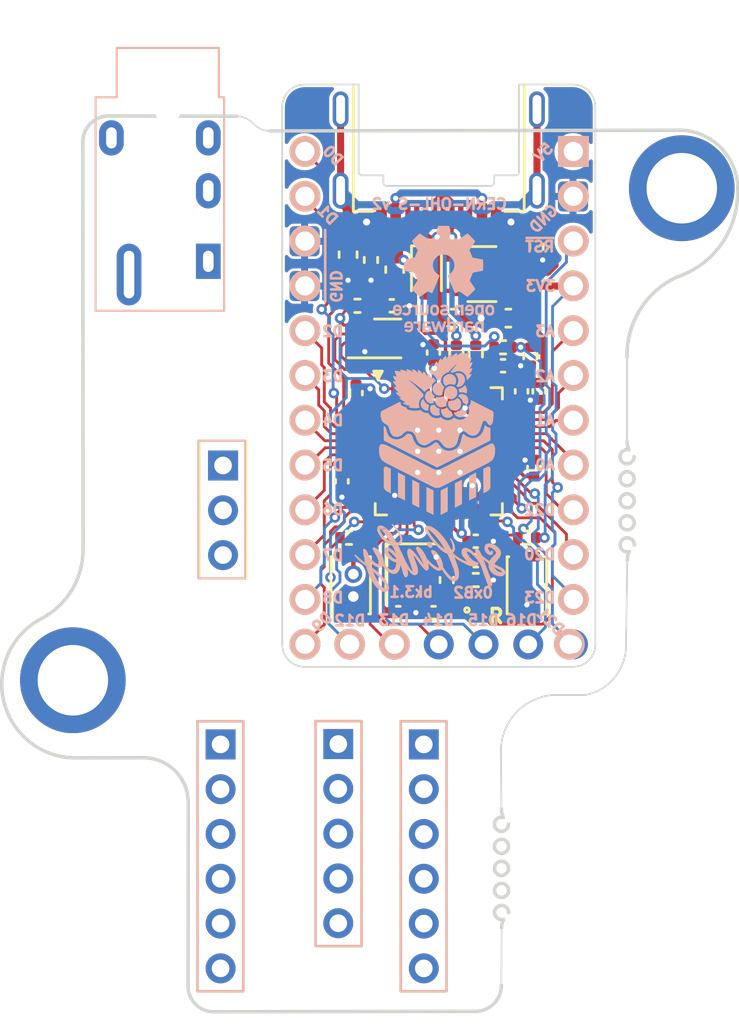
<source format=kicad_pcb>
(kicad_pcb (version 20211014) (generator pcbnew)
  (title_block (title "0xB2 - Splinky") (rev "2") (company "plut0nium"))
  (layers (0 "F.Cu" signal) (31 "B.Cu" signal) (34 "B.Paste" user) (35 "F.Paste" user) (36 "B.SilkS" user "B.Silkscreen") (37 "F.SilkS" user "F.Silkscreen") (38 "B.Mask" user) (39 "F.Mask" user) (44 "Edge.Cuts" user))
  (net 0 "")
  (net 1 "+5V")
  (net 2 "GND")
  (net 3 "+3V3")
  (net 4 "Net-(C3-Pad1)")
  (net 5 "Net-(C4-Pad1)")
  (net 6 "+1V1")
  (net 7 "Net-(D1-Pad1)")
  (net 8 "/LED")
  (net 9 "Net-(D2-Pad2)")
  (net 10 "VBUS")
  (net 11 "Net-(FB1-Pad2)")
  (net 13 "Net-(J1-PadA5)")
  (net 14 "/D-")
  (net 15 "/D+")
  (net 17 "Net-(J1-PadB5)")
  (net 18 "/D0")
  (net 19 "/D1")
  (net 20 "/D2")
  (net 21 "/D3")
  (net 22 "/D4")
  (net 23 "/D5")
  (net 24 "/D6")
  (net 25 "/D7")
  (net 26 "/D8")
  (net 27 "/D9")
  (net 28 "/D15")
  (net 29 "/D16")
  (net 30 "/D12")
  (net 31 "/D13")
  (net 32 "/D14")
  (net 33 "/MOSI")
  (net 34 "/MISO")
  (net 35 "/SCLK")
  (net 36 "/A0")
  (net 37 "/A1")
  (net 38 "/A2")
  (net 39 "/A3")
  (net 40 "/~{RESET}")
  (net 41 "/QSPI_~{CS}")
  (net 42 "Net-(R6-Pad2)")
  (net 43 "Net-(R7-Pad2)")
  (net 44 "Net-(R8-Pad2)")
  (net 47 "Net-(J5-Pad2)")
  (net 49 "/VBUS_DET")
  (net 50 "/QSPI_D3")
  (net 51 "/QSPI_SCLK")
  (net 52 "/QSPI_D0")
  (net 53 "/QSPI_D2")
  (net 54 "/QSPI_D1")
  (net 57 "/D21")
  (footprint "Capacitor_SMD:C_0402_1005Metric" (layer "F.Cu") (at 154.5 103.2)
    (fp_text reference "C14" hide)
    (fp_text value "100n")
  )
  (footprint "Capacitor_SMD:C_0402_1005Metric" (layer "F.Cu") (at 146.9 98.7 -90)
    (fp_text reference "C9" hide)
    (fp_text value "100n")
  )
  (footprint "Library:6_PinHeader" (layer "F.Cu") (at 140.01 113.619999)
    (fp_text reference "J7" hide)
    (fp_text value "trackball")
  )
  (footprint "Library:6_PinHeader" (layer "F.Cu") (at 151.549684 113.619999)
    (fp_text reference "J10" hide)
    (fp_text value "Ribbon")
  )
  (footprint "Resistor_SMD:R_0402_1005Metric" (layer "F.Cu") (at 156.05 91.1 180)
    (fp_text reference "R10" hide)
    (fp_text value "5.1k")
  )
  (footprint "" (layer "F.Cu") (at 166.19762 82.08266)
    (fp_text reference "")
    (fp_text value "")
  )
  (footprint "Capacitor_SMD:C_0402_1005Metric" (layer "F.Cu") (at 158.1 93.6 -90)
    (fp_text reference "C5" hide)
    (fp_text value "1µ")
  )
  (footprint "" (layer "F.Cu") (at 131.62262 109.98266)
    (fp_text reference "")
    (fp_text value "")
  )
  (footprint "Diode_SMD:D_SOD-323" (layer "F.Cu") (at 151.7 86.85 -90)
    (fp_text reference "D2" hide)
    (fp_text value "B5817")
  )
  (footprint "Resistor_SMD:R_0402_1005Metric" (layer "F.Cu") (at 152.85 104.3 90)
    (fp_text reference "R8" hide)
    (fp_text value "1k")
  )
  (footprint "Package_TO_SOT_SMD:SOT-23-5" (layer "F.Cu") (at 154.85 86.95)
    (fp_text reference "U3" hide)
    (fp_text value "XC6210B332MR-G")
  )
  (footprint "Capacitor_SMD:C_0402_1005Metric" (layer "F.Cu") (at 147.7 93.7 90)
    (fp_text reference "C12" hide)
    (fp_text value "100n")
  )
  (footprint "Resistor_SMD:R_0402_1005Metric" (layer "F.Cu") (at 153.4 91.5 -90)
    (fp_text reference "R6" hide)
    (fp_text value "27")
  )
  (footprint "Library:header1x03" (layer "F.Cu") (at 140.15 97.805)
    (fp_text reference "J4" hide)
    (fp_text value "RGB")
  )
  (footprint "Fuse:Fuse_0603_1608Metric" (layer "F.Cu") (at 149.9 86.7 -90)
    (fp_text reference "F1" hide)
    (fp_text value "Polyfuse")
  )
  (footprint "0xLib_Connectors:PinHeader_1x05_P2.54mm" (layer "F.Cu") (at 147.32 107.95 90)
    (fp_text reference "J3" hide)
    (fp_text value "Conn_01x05")
  )
  (footprint "Capacitor_SMD:C_0402_1005Metric" (layer "F.Cu") (at 157.8 97.95 90)
    (fp_text reference "C13" hide)
    (fp_text value "100n")
  )
  (footprint "Resistor_SMD:R_0402_1005Metric" (layer "F.Cu") (at 148.55 86.15 -90)
    (fp_text reference "R5" hide)
    (fp_text value "5.1k")
  )
  (footprint "Button_Switch_SMD:SW_SPST_CK_KXT3" (layer "F.Cu") (at 147.4 104.6 90)
    (fp_text reference "SW2" hide)
    (fp_text value "SW_Push")
  )
  (footprint "Capacitor_SMD:C_0402_1005Metric" (layer "F.Cu") (at 154.5 102.1)
    (fp_text reference "C8" hide)
    (fp_text value "100n")
  )
  (footprint "0xLib_Connectors:PinHeader_1x12_P2.54mm" (layer "F.Cu") (at 144.78 80.01)
    (fp_text reference "J2" hide)
    (fp_text value "Conn_01x12")
  )
  (footprint "0xLib_Package_DFN_QFN:USON-8-1EP_3x2mm_P0.5mm_EP0.25x1.65mm" (layer "F.Cu") (at 148.75 90.6)
    (fp_text reference "U2" hide)
    (fp_text value "GD25Q80CEIGR")
  )
  (footprint "Library:5_PinHeader" (layer "F.Cu") (at 146.692542 113.6)
    (fp_text reference "J9" hide)
    (fp_text value "Ribbon")
  )
  (footprint "Resistor_SMD:R_0402_1005Metric" (layer "F.Cu") (at 157.95 85.4 -90)
    (fp_text reference "R4" hide)
    (fp_text value "5.1k")
  )
  (footprint "0xLib_Connectors:PinHeader_1x12_P2.54mm" (layer "F.Cu") (at 160.02 107.95 180)
    (fp_text reference "J4" hide)
    (fp_text value "Conn_01x12")
  )
  (footprint "0xLib_USB_Type-C:USB_C_Receptacle_HRO_TYPE-C-31-M-14" (layer "F.Cu") (at 152.4 82.296 180)
    (fp_text reference "J1" hide)
    (fp_text value "USB_C_Receptacle_USB2.0")
  )
  (footprint "Resistor_SMD:R_0402_1005Metric" (layer "F.Cu") (at 157.4 101.9)
    (fp_text reference "R2" hide)
    (fp_text value "10k")
  )
  (footprint "Connector_PinHeader_1.27mm:PinHeader_1x02_P1.27mm_Vertical" (layer "F.Cu") (at 147.55 105.235 180)
    (fp_text reference "J5" hide)
    (fp_text value "Conn_01x02" hide)
  )
  (footprint "Capacitor_SMD:C_0402_1005Metric" (layer "F.Cu") (at 157.1 93.6 -90)
    (fp_text reference "C11" hide)
    (fp_text value "100n")
  )
  (footprint "Resistor_SMD:R_0402_1005Metric" (layer "F.Cu") (at 157.6 91.61 90)
    (fp_text reference "R11" hide)
    (fp_text value "10k")
  )
  (footprint "Crystal:Crystal_SMD_2520-4Pin_2.5x2.0mm" (layer "F.Cu") (at 150.8 103.9 -90)
    (fp_text reference "Y1" hide)
    (fp_text value "Crystal_GND24")
  )
  (footprint "Capacitor_SMD:C_0402_1005Metric" (layer "F.Cu") (at 149.73 88.75)
    (fp_text reference "C10" hide)
    (fp_text value "100n")
  )
  (footprint "Capacitor_SMD:C_0402_1005Metric" (layer "F.Cu") (at 152.1 106.15 180)
    (fp_text reference "C4" hide)
    (fp_text value "15p")
  )
  (footprint "Resistor_SMD:R_0402_1005Metric" (layer "F.Cu") (at 154.5 91.5 -90)
    (fp_text reference "R7" hide)
    (fp_text value "27")
  )
  (footprint "Inductor_SMD:L_0603_1608Metric" (layer "F.Cu") (at 147.25 85.85 90)
    (fp_text reference "FB1" hide)
    (fp_text value "FerriteBead_Small")
  )
  (footprint "Resistor_SMD:R_0402_1005Metric" (layer "F.Cu") (at 154.5 104.3 180)
    (fp_text reference "R1" hide)
    (fp_text value "1k")
  )
  (footprint "LED_SMD:LED_0402_1005Metric" (layer "F.Cu") (at 154.5 105.4)
    (fp_text reference "D1" hide)
    (fp_text value "LED")
  )
  (footprint "Capacitor_SMD:C_0402_1005Metric" (layer "F.Cu") (at 156.05 92.15)
    (fp_text reference "C6" hide)
    (fp_text value "1µ")
  )
  (footprint "Capacitor_SMD:C_0603_1608Metric" (layer "F.Cu") (at 156.35 89.45 180)
    (fp_text reference "C2" hide)
    (fp_text value "1µ")
  )
  (footprint "Button_Switch_SMD:SW_SPST_CK_KXT3" (layer "F.Cu") (at 157.4 104.6 90)
    (fp_text reference "SW1" hide)
    (fp_text value "SW_Push")
  )
  (footprint "Capacitor_SMD:C_0402_1005Metric" (layer "F.Cu") (at 152.1 91.4 90)
    (fp_text reference "C7" hide)
    (fp_text value "100n")
  )
  (footprint "Resistor_SMD:R_0402_1005Metric" (layer "F.Cu") (at 147.3 101.9 180)
    (fp_text reference "R3" hide)
    (fp_text value "1k")
  )
  (footprint "Resistor_SMD:R_0402_1005Metric" (layer "F.Cu") (at 147.78 88.75)
    (fp_text reference "R9" hide)
    (fp_text value "10k")
  )
  (footprint "Capacitor_SMD:C_0603_1608Metric" (layer "F.Cu") (at 153.25 89.45)
    (fp_text reference "C1" hide)
    (fp_text value "1µ")
  )
  (footprint "Capacitor_SMD:C_0402_1005Metric" (layer "F.Cu") (at 150.1 106.15)
    (fp_text reference "C3" hide)
    (fp_text value "15p")
  )
  (footprint "0xLib_Package_DFN_QFN:QFN-56-1EP_7x7mm_P0.4mm_EP3.2x3.2mm" (layer "F.Cu") (at 152.4 97)
    (fp_text reference "U1" hide)
    (fp_text value "RP2040")
  )
  (footprint "0xB2_drawings:splinky" (layer "B.Cu") (at 156.28 101.13 180)
    (fp_text reference "splinky" hide)
    (fp_text value "G*****" hide)
  )
  (footprint "Library:Jack_3.5mm_PJ320E_Horizontal" (layer "B.Cu") (at 139.31262 86.22766 180)
    (fp_text reference "J1" hide)
    (fp_text value "Serial")
  )
  (footprint "Library:PushSwitch" (layer "B.Cu") (at 152.27 96.93 -90)
    (fp_text reference "SW1" hide)
    (fp_text value "SW_SPST")
  )
  (footprint "0xB2_drawings:rb_cake" (layer "B.Cu") (at 155.802855 91.198505 180)
    (fp_text reference "rb_cake" hide)
    (fp_text value "G*****" hide)
  )
  (footprint "Library:Elite-C" (layer "B.Cu") (at 152.42 93.97 -90)
    (fp_text reference "U1" hide)
    (fp_text value "eliteC" hide)
  )
  (footprint "Symbol:OSHW-Logo_5.7x6mm_SilkScreen" (layer "B.Cu") (at 152.68 87.23 180)
    (fp_text reference "REF**" hide)
    (fp_text value "OSHW-Logo_5.7x6mm_SilkScreen" hide)
  )
  (gr_line (start 145.95 84.45) (end 145.95 88.5) (layer "B.SilkS") (width 0.15))
  (gr_poly (pts (xy 148.95 92.95) (xy 148.7 92.45) (xy 149.2 92.45)) (layer "F.SilkS") (width 0.15) (fill solid))
  (gr_circle (center 163.095895 99.80664) (end 163.095895 100.20664) (layer "Edge.Cuts") (width 0.2) (fill none))
  (gr_arc (start 131.803471 114.385074) (mid 127.70637 111.196774) (end 129.861486 106.473749) (layer "Edge.Cuts") (width 0.2))
  (gr_line (start 140.96 78) (end 133.641486 77.983749) (layer "Edge.Cuts") (width 0.2))
  (gr_line (start 155.956291 117.275003) (end 155.93 113.82) (layer "Edge.Cuts") (width 0.1))
  (gr_line (start 143.51 107.95) (end 143.51 77.47) (layer "Edge.Cuts") (width 0.1))
  (gr_line (start 148.05 81.35) (end 149.25 81.35) (layer "Edge.Cuts") (width 0.1))
  (gr_arc (start 155.55 81.75) (mid 155.491421 81.891421) (end 155.35 81.95) (layer "Edge.Cuts") (width 0.1))
  (gr_line (start 156.95 81.15) (end 156.95 76.2) (layer "Edge.Cuts") (width 0.1))
  (gr_arc (start 161.29 107.95) (mid 160.918026 108.848026) (end 160.02 109.22) (layer "Edge.Cuts") (width 0.1))
  (gr_line (start 147.85 76.2) (end 147.85 81.15) (layer "Edge.Cuts") (width 0.1))
  (gr_arc (start 139.635358 128.782362) (mid 138.598483 128.363374) (end 138.162824 127.333393) (layer "Edge.Cuts") (width 0.2))
  (gr_arc (start 144.78 109.22) (mid 143.881974 108.848026) (end 143.51 107.95) (layer "Edge.Cuts") (width 0.1))
  (gr_line (start 131.803471 114.385074) (end 135.633949 114.376051) (layer "Edge.Cuts") (width 0.2))
  (gr_circle (center 155.96 119.4) (end 155.96 119.8) (layer "Edge.Cuts") (width 0.2) (fill none))
  (gr_arc (start 163.090005 91.672466) (mid 163.821194 88.978153) (end 165.906951 87.122466) (layer "Edge.Cuts") (width 0.2))
  (gr_circle (center 163.098077 101.056637) (end 163.098077 101.456637) (layer "Edge.Cuts") (width 0.2) (fill none))
  (gr_arc (start 156.95 81.15) (mid 156.891421 81.291421) (end 156.75 81.35) (layer "Edge.Cuts") (width 0.1))
  (gr_line (start 149.25 81.35) (end 149.25 81.75) (layer "Edge.Cuts") (width 0.1))
  (gr_arc (start 140.96 78) (mid 141.447196 78.11631) (end 141.86 78.4) (layer "Edge.Cuts") (width 0.1))
  (gr_arc (start 132.201486 102.573749) (mid 131.573926 104.849213) (end 129.861486 106.473749) (layer "Edge.Cuts") (width 0.2))
  (gr_circle (center 155.962181 120.649998) (end 155.962181 121.049998) (layer "Edge.Cuts") (width 0.2) (fill none))
  (gr_arc (start 132.191486 79.453749) (mid 132.614912 78.421278) (end 133.641486 77.983749) (layer "Edge.Cuts") (width 0.2))
  (gr_circle (center 155.964363 121.899995) (end 155.964363 122.299995) (layer "Edge.Cuts") (width 0.2) (fill none))
  (gr_arc (start 142.821303 78.83306) (mid 142.292539 78.723329) (end 141.86 78.4) (layer "Edge.Cuts") (width 0.1))
  (gr_arc (start 155.93 113.82) (mid 156.834475 111.773319) (end 158.858866 110.82) (layer "Edge.Cuts") (width 0.1))
  (gr_line (start 161.29 77.47) (end 161.29 107.95) (layer "Edge.Cuts") (width 0.1))
  (gr_arc (start 163.203798 96.922721) (mid 163.119042 96.683639) (end 163.090005 96.431645) (layer "Edge.Cuts") (width 0.2))
  (gr_line (start 132.191486 79.453749) (end 132.201486 102.573749) (layer "Edge.Cuts") (width 0.2))
  (gr_line (start 163.090005 96.431645) (end 163.090005 91.672466) (layer "Edge.Cuts") (width 0.1))
  (gr_line (start 160.02 109.22) (end 144.78 109.22) (layer "Edge.Cuts") (width 0.1))
  (gr_line (start 160.73 110.82) (end 158.858866 110.82) (layer "Edge.Cuts") (width 0.1))
  (gr_arc (start 156.070084 117.766079) (mid 155.985328 117.526997) (end 155.956291 117.275003) (layer "Edge.Cuts") (width 0.2))
  (gr_line (start 155.968072 124.024991) (end 155.95335 127.277233) (layer "Edge.Cuts") (width 0.1))
  (gr_circle (center 163.093714 98.556642) (end 163.093714 98.956642) (layer "Edge.Cuts") (width 0.2) (fill none))
  (gr_line (start 144.78 76.2) (end 147.85 76.2) (layer "Edge.Cuts") (width 0.1))
  (gr_arc (start 163.101786 103.181633) (mid 163.129943 102.92954) (end 163.213864 102.690163) (layer "Edge.Cuts") (width 0.2))
  (gr_line (start 155.55 81.75) (end 155.55 81.35) (layer "Edge.Cuts") (width 0.1))
  (gr_arc (start 135.633949 114.376051) (mid 137.43 115.12) (end 138.173949 116.916051) (layer "Edge.Cuts") (width 0.2))
  (gr_arc (start 163.03 107.92) (mid 162.411367 109.791429) (end 160.73 110.82) (layer "Edge.Cuts") (width 0.1))
  (gr_arc (start 149.45 81.95) (mid 149.308579 81.891421) (end 149.25 81.75) (layer "Edge.Cuts") (width 0.1))
  (gr_line (start 156.95 76.2) (end 160.02 76.2) (layer "Edge.Cuts") (width 0.1))
  (gr_arc (start 148.05 81.35) (mid 147.908579 81.291421) (end 147.85 81.15) (layer "Edge.Cuts") (width 0.1))
  (gr_arc (start 155.95335 127.277233) (mid 155.53 128.32) (end 154.491351 128.753354) (layer "Edge.Cuts") (width 0.2))
  (gr_arc (start 163.491223 97.290941) (mid 162.77622 97.552769) (end 163.203798 96.922721) (layer "Edge.Cuts") (width 0.2))
  (gr_arc (start 160.02 76.2) (mid 160.918026 76.571974) (end 161.29 77.47) (layer "Edge.Cuts") (width 0.1))
  (gr_line (start 139.635358 128.782362) (end 154.491351 128.753354) (layer "Edge.Cuts") (width 0.2))
  (gr_line (start 138.162824 127.333393) (end 138.173949 116.916051) (layer "Edge.Cuts") (width 0.2))
  (gr_line (start 155.55 81.35) (end 156.75 81.35) (layer "Edge.Cuts") (width 0.1))
  (gr_line (start 163.03 107.92) (end 163.101786 103.181633) (layer "Edge.Cuts") (width 0.1))
  (gr_arc (start 156.08015 123.533521) (mid 155.650376 122.904968) (end 156.366289 123.1643) (layer "Edge.Cuts") (width 0.2))
  (gr_line (start 166.165648 78.794096) (end 142.821303 78.83306) (layer "Edge.Cuts") (width 0.2))
  (gr_arc (start 155.968072 124.024991) (mid 155.996229 123.772898) (end 156.08015 123.533521) (layer "Edge.Cuts") (width 0.2))
  (gr_arc (start 143.51 77.47) (mid 143.881974 76.571974) (end 144.78 76.2) (layer "Edge.Cuts") (width 0.1))
  (gr_arc (start 156.357509 118.134299) (mid 155.642506 118.396127) (end 156.070084 117.766079) (layer "Edge.Cuts") (width 0.2))
  (gr_arc (start 163.213864 102.690163) (mid 162.78409 102.06161) (end 163.500003 102.320942) (layer "Edge.Cuts") (width 0.2))
  (gr_arc (start 169.360942 82.3) (mid 168.424986 85.277799) (end 165.906951 87.122466) (layer "Edge.Cuts") (width 0.2))
  (gr_line (start 149.45 81.95) (end 155.35 81.95) (layer "Edge.Cuts") (width 0.1))
  (gr_arc (start 166.165648 78.794096) (mid 168.50034 79.875303) (end 169.360942 82.3) (layer "Edge.Cuts") (width 0.2))
  (gr_text "0xB2" (at 154.35 105.02) (layer "B.SilkS") (effects (font (size 0.6 0.6)) (justify mirror)))
  (gr_text "bk3.1" (at 150.83 104.98) (layer "B.SilkS") (effects (font (size 0.6 0.6)) (justify mirror)))
  (gr_text "CERN-OHL-S v2" (at 152.43 82.98) (layer "B.SilkS") (effects (font (size 0.6 0.6)) (justify mirror)))
  (segment (start 158.75 83.6) (end 158.77452 83.57548) (width 0.3) (layer "F.Cu") (net 1))
  (segment (start 158.75 85.587076) (end 158.999511 85.9) (width 0.4) (layer "F.Cu") (net 1))
  (segment (start 151.9 86) (end 151.7 85.8) (width 0.5) (layer "F.Cu") (net 1))
  (segment (start 158.589748 86.849511) (end 157.699511 86.849511) (width 0.4) (layer "F.Cu") (net 1))
  (segment (start 160.02 80.01) (end 158.8 81.23) (width 0.4) (layer "F.Cu") (net 1))
  (segment (start 152.5 86) (end 151.9 86) (width 0.5) (layer "F.Cu") (net 1))
  (segment (start 153.7125 87.9) (end 152.55 87.9) (width 0.25) (layer "F.Cu") (net 1))
  (segment (start 158.75 83.6) (end 158.75 85.587076) (width 0.4) (layer "F.Cu") (net 1))
  (segment (start 155.25 85.25) (end 154.5 86) (width 0.4) (layer "F.Cu") (net 1))
  (segment (start 158.999511 85.9) (end 158.999511 86.439748) (width 0.4) (layer "F.Cu") (net 1))
  (segment (start 157.1 85.6) (end 156.75 85.25) (width 0.4) (layer "F.Cu") (net 1))
  (segment (start 154.5 86) (end 153.7125 86) (width 0.4) (layer "F.Cu") (net 1))
  (segment (start 157.1 86.25) (end 157.1 85.6) (width 0.4) (layer "F.Cu") (net 1))
  (segment (start 152.55 86) (end 152.55 87.9) (width 0.5) (layer "F.Cu") (net 1))
  (segment (start 158.77452 83.57548) (end 158.77452 81.25) (width 0.3) (layer "F.Cu") (net 1))
  (segment (start 153.7125 86) (end 152.5 86) (width 0.5) (layer "F.Cu") (net 1))
  (segment (start 156.75 85.25) (end 155.25 85.25) (width 0.4) (layer "F.Cu") (net 1))
  (segment (start 152.55 89.025) (end 152.475 89.45) (width 0.5) (layer "F.Cu") (net 1))
  (segment (start 157.699511 86.849511) (end 157.1 86.25) (width 0.4) (layer "F.Cu") (net 1))
  (segment (start 152.55 87.9) (end 152.55 89.025) (width 0.5) (layer "F.Cu") (net 1))
  (segment (start 158.999511 86.439748) (end 158.589748 86.849511) (width 0.4) (layer "F.Cu") (net 1))
  (segment (start 154.9 89.3) (end 154.9 87.2) (width 0.4) (layer "F.Cu") (net 2))
  (segment (start 155.5 102.1) (end 154.98 102.1) (width 0.4) (layer "F.Cu") (net 2))
  (segment (start 147.2725 86.66) (end 147.25 86.6375) (width 0.4) (layer "F.Cu") (net 2))
  (segment (start 147.25 86.6375) (end 147.25 87.3) (width 0.4) (layer "F.Cu") (net 2))
  (segment (start 155.65 84) (end 155.65 83.671) (width 0.4) (layer "F.Cu") (net 2))
  (segment (start 151.5 90.95) (end 152.07 91) (width 0.25) (layer "F.Cu") (net 2))
  (segment (start 147.72 93.22) (end 147.7 93.22) (width 0.25) (layer "F.Cu") (net 2))
  (segment (start 150.58 106.15) (end 150.58 106.105) (width 0.25) (layer "F.Cu") (net 2))
  (segment (start 152.07 91) (end 152.1 90.97) (width 0.25) (layer "F.Cu") (net 2))
  (segment (start 154.65 86.95) (end 153.7125 86.95) (width 0.4) (layer "F.Cu") (net 2))
  (segment (start 150.25 104.925) (end 150.1 104.775) (width 0.25) (layer "F.Cu") (net 2))
  (segment (start 152.25 103) (end 151.525 103) (width 0.4) (layer "F.Cu") (net 2))
  (segment (start 148.5 93.45) (end 148 93.45) (width 0.25) (layer "F.Cu") (net 2))
  (segment (start 151.194775 99.70048) (end 151.4 99.905705) (width 0.2) (layer "F.Cu") (net 2))
  (segment (start 157.08 92.12) (end 157.05 92.15) (width 0.16) (layer "F.Cu") (net 2))
  (segment (start 151.525 103) (end 151.5 103.025) (width 0.4) (layer "F.Cu") (net 2))
  (segment (start 148.55 86.66) (end 148.55 87.3) (width 0.4) (layer "F.Cu") (net 2))
  (segment (start 155.5 104.3) (end 155.01 104.3) (width 0.25) (layer "F.Cu") (net 2))
  (segment (start 154.9 87.2) (end 154.65 86.95) (width 0.4) (layer "F.Cu") (net 2))
  (segment (start 147.55 106.075) (end 147.4 106.225) (width 0.4) (layer "F.Cu") (net 2))
  (segment (start 157.6 92.12) (end 157.08 92.12) (width 0.16) (layer "F.Cu") (net 2))
  (segment (start 151.5 103.025) (end 150.1 104.775) (width 0.4) (layer "F.Cu") (net 2))
  (segment (start 147.45 91.35) (end 148.75 91.35) (width 0.25) (layer "F.Cu") (net 2))
  (segment (start 151.1 106.15) (end 151.62 106.15) (width 0.4) (layer "F.Cu") (net 2))
  (segment (start 150.58 106.105) (end 150.25 105.775) (width 0.25) (layer "F.Cu") (net 2))
  (segment (start 157.4 105.7) (end 157.4 106.225) (width 0.4) (layer "F.Cu") (net 2))
  (segment (start 156.5 84) (end 155.65 84) (width 0.4) (layer "F.Cu") (net 2))
  (segment (start 157.62 94.08) (end 157.6 94.1) (width 0.25) (layer "F.Cu") (net 2))
  (segment (start 154.98 103.2) (end 154.98 104.27) (width 0.25) (layer "F.Cu") (net 2))
  (segment (start 148 93.45) (end 147.72 93.22) (width 0.25) (layer "F.Cu") (net 2))
  (segment (start 150.25 105.775) (end 150.25 104.925) (width 0.25) (layer "F.Cu") (net 2))
  (segment (start 154.025 89.45) (end 154.8 89.45) (width 0.6) (layer "F.Cu") (net 2))
  (segment (start 150.21 88.75) (end 150.73 88.75) (width 0.25) (layer "F.Cu") (net 2))
  (segment (start 151.1 106.15) (end 150.58 106.15) (width 0.4) (layer "F.Cu") (net 2))
  (segment (start 154.98 102.1) (end 154.98 103.2) (width 0.25) (layer "F.Cu") (net 2))
  (segment (start 148.3 84) (end 149.15 84) (width 0.4) (layer "F.Cu") (net 2))
  (segment (start 150.58 106.15) (end 151.62 106.15) (width 0.4) (layer "F.Cu") (net 2))
  (segment (start 158.1 94.08) (end 157.62 94.08) (width 0.25) (layer "F.Cu") (net 2))
  (segment (start 146.9 99.28) (end 146.9 99.75) (width 0.25) (layer "F.Cu") (net 2))
  (segment (start 157.1 94.08) (end 157.58 94.08) (width 0.25) (layer "F.Cu") (net 2))
  (segment (start 157.58 94.08) (end 157.6 94.1) (width 0.25) (layer "F.Cu") (net 2))
  (segment (start 154.8 89.45) (end 155.5 89.45) (width 0.6) (layer "F.Cu") (net 2))
  (segment (start 147.55 105.235) (end 147.55 106.075) (width 0.4) (layer "F.Cu") (net 2))
  (segment (start 151.4 99.905705) (end 151.4 100.4375) (width 0.2) (layer "F.Cu") (net 2))
  (segment (start 150.10048 99.70048) (end 151.194775 99.70048) (width 0.2) (layer "F.Cu") (net 2))
  (segment (start 154.8 89.45) (end 154.9 89.3) (width 0.4) (layer "F.Cu") (net 2))
  (segment (start 149.15 84) (end 149.15 83.671) (width 0.4) (layer "F.Cu") (net 2))
  (segment (start 149.9 99.5) (end 150.10048 99.70048) (width 0.2) (layer "F.Cu") (net 2))
  (segment (start 148.75 91.35) (end 148.75 90.6) (width 0.25) (layer "F.Cu") (net 2))
  (segment (start 148.6 86.66) (end 147.2725 86.66) (width 0.4) (layer "F.Cu") (net 2))
  (via (at 148.3 84) (size 0.8) (drill 0.4) (layers "F.Cu" "B.Cu") (net 2))
  (via (at 155.5 104.3) (size 0.6) (drill 0.3) (layers "F.Cu" "B.Cu") (net 2))
  (via (at 157.3 97.5) (size 0.6) (drill 0.3) (layers "F.Cu" "B.Cu") (net 2))
  (via (at 157.6 94.1) (size 0.6) (drill 0.3) (layers "F.Cu" "B.Cu") (net 2))
  (via (at 156.5 84) (size 0.8) (drill 0.4) (layers "F.Cu" "B.Cu") (net 2))
  (via (at 152.4 95.8) (size 0.6) (drill 0.3) (layers "F.Cu" "B.Cu") (net 2))
  (via (at 151.1 106.15) (size 0.6) (drill 0.3) (layers "F.Cu" "B.Cu") (net 2))
  (via (at 153.6 98.2) (size 0.6) (drill 0.3) (layers "F.Cu" "B.Cu") (net 2))
  (via (at 152.25 103) (size 0.6) (drill 0.3) (layers "F.Cu" "B.Cu") (net 2))
  (via (at 148.2 91.35) (size 0.6) (drill 0.3) (layers "F.Cu" "B.Cu") (net 2))
  (via (at 152.4 98.2) (size 0.6) (drill 0.3) (layers "F.Cu" "B.Cu") (net 2))
  (via (at 155.5 102.1) (size 0.6) (drill 0.3) (layers "F.Cu" "B.Cu") (net 2))
  (via (at 153.6 95.8) (size 0.6) (drill 0.3) (layers "F.Cu" "B.Cu") (net 2))
  (via (at 158.3 86.15) (size 0.6) (drill 0.3) (layers "F.Cu" "B.Cu") (net 2))
  (via (at 150.73 88.75) (size 0.6) (drill 0.3) (layers "F.Cu" "B.Cu") (net 2))
  (via (at 151.2 97) (size 0.6) (drill 0.3) (layers "F.Cu" "B.Cu") (net 2))
  (via (at 148.55 87.3) (size 0.6) (drill 0.3) (layers "F.Cu" "B.Cu") (net 2))
  (via (at 154.8 89.45) (size 0.8) (drill 0.4) (layers "F.Cu" "B.Cu") (net 2))
  (via (at 151.2 98.2) (size 0.6) (drill 0.3) (layers "F.Cu" "B.Cu") (net 2))
  (via (at 151.2 95.8) (size 0.6) (drill 0.3) (layers "F.Cu" "B.Cu") (net 2))
  (via (at 147.25 87.3) (size 0.6) (drill 0.3) (layers "F.Cu" "B.Cu") (net 2))
  (via (at 148.5 93.45) (size 0.6) (drill 0.3) (layers "F.Cu" "B.Cu") (net 2))
  (via (at 149.9 99.5) (size 0.6) (drill 0.3) (layers "F.Cu" "B.Cu") (net 2))
  (via (at 153.6 97) (size 0.6) (drill 0.3) (layers "F.Cu" "B.Cu") (net 2))
  (via (at 152.4 97) (size 0.6) (drill 0.3) (layers "F.Cu" "B.Cu") (net 2))
  (via (at 157.4 105.7) (size 0.6) (drill 0.3) (layers "F.Cu" "B.Cu") (net 2))
  (via (at 146.9 99.6) (size 0.6) (drill 0.3) (layers "F.Cu" "B.Cu") (net 2))
  (via (at 151.5 90.95) (size 0.6) (drill 0.3) (layers "F.Cu" "B.Cu") (net 2))
  (via (at 157.05 92.15) (size 0.6) (drill 0.3) (layers "F.Cu" "B.Cu") (net 2))
  (segment (start 149.75 89.85) (end 149.25 89.35) (width 0.25) (layer "F.Cu") (net 3))
  (segment (start 153.35 102.53) (end 154.02 103.2) (width 0.2) (layer "F.Cu") (net 3))
  (segment (start 156.35 86.6) (end 157.38 87.63) (width 0.4) (layer "F.Cu") (net 3))
  (segment (start 156.15 93.12) (end 157.1 93.12) (width 0.4) (layer "F.Cu") (net 3))
  (segment (start 154.682503 92.982503) (end 154.982503 92.982503) (width 0.2) (layer "F.Cu") (net 3))
  (segment (start 155 93.5625) (end 155 93) (width 0.2) (layer "F.Cu") (net 3))
  (segment (start 155.8375 98) (end 155 98) (width 0.2) (layer "F.Cu") (net 3))
  (segment (start 152.6 93.5625) (end 152.6 92.75) (width 0.2) (layer "F.Cu") (net 3))
  (segment (start 156.15 93.12) (end 156.15 94.4) (width 0.2) (layer "F.Cu") (net 3))
  (segment (start 147.22 98) (end 146.9 98.32) (width 0.2) (layer "F.Cu") (net 3))
  (segment (start 157.25 89.55) (end 157.25 89.275) (width 0.4) (layer "F.Cu") (net 3))
  (segment (start 148.29 88.75) (end 149.25 88.75) (width 0.25) (layer "F.Cu") (net 3))
  (segment (start 155.67 93.12) (end 155.532503 92.982503) (width 0.2) (layer "F.Cu") (net 3))
  (segment (start 158.1 93.12) (end 158.37048 92.84952) (width 0.4) (layer "F.Cu") (net 3))
  (segment (start 157.125 89.45) (end 157.3 89.275) (width 0.4) (layer "F.Cu") (net 3))
  (segment (start 156.35 86.6) (end 156.35 86) (width 0.4) (layer "F.Cu") (net 3))
  (segment (start 157.3 87.63) (end 157.58 87.63) (width 0.4) (layer "F.Cu") (net 3))
  (segment (start 152.78048 90.58048) (end 152.78048 92.53048) (width 0.2) (layer "F.Cu") (net 3))
  (segment (start 149.25 89.35) (end 149.25 88.75) (width 0.25) (layer "F.Cu") (net 3))
  (segment (start 156.35 86) (end 155.9875 86) (width 0.4) (layer "F.Cu") (net 3))
  (segment (start 155 93.5625) (end 155 94.4) (width 0.2) (layer "F.Cu") (net 3))
  (segment (start 147.92 94.4) (end 147.7 94.18) (width 0.2) (layer "F.Cu") (net 3))
  (segment (start 150.15 89.85) (end 149.75 89.85) (width 0.25) (layer "F.Cu") (net 3))
  (segment (start 155 93) (end 154.982503 92.982503) (width 0.2) (layer "F.Cu") (net 3))
  (segment (start 157.38 87.63) (end 157.58 87.63) (width 0.4) (layer "F.Cu") (net 3))
  (segment (start 155 94.4) (end 155.8375 94.4) (width 0.2) (layer "F.Cu") (net 3))
  (segment (start 153 93.5625) (end 153 94.4) (width 0.2) (layer "F.Cu") (net 3))
  (segment (start 157.265 98.43) (end 157.8 98.43) (width 0.2) (layer "F.Cu") (net 3))
  (segment (start 154.6 93.5625) (end 154.6 94.4) (width 0.2) (layer "F.Cu") (net 3))
  (segment (start 152.78048 92.53048) (end 153 92.75) (width 0.2) (layer "F.Cu") (net 3))
  (segment (start 157.3 89.275) (end 157.3 87.63) (width 0.4) (layer "F.Cu") (net 3))
  (segment (start 156.835 98) (end 157.265 98.43) (width 0.2) (layer "F.Cu") (net 3))
  (segment (start 151.2 89.85) (end 150.05 89.85) (width 0.25) (layer "F.Cu") (net 3))
  (segment (start 155.8375 98) (end 156.835 98) (width 0.2) (layer "F.Cu") (net 3))
  (segment (start 156.15 93.12) (end 155.67 93.12) (width 0.2) (layer "F.Cu") (net 3))
  (segment (start 148.9625 98) (end 147.22 98) (width 0.2) (layer "F.Cu") (net 3))
  (segment (start 151.65 90.3) (end 151.2 89.85) (width 0.25) (layer "F.Cu") (net 3))
  (segment (start 157.91 101.9) (end 158.4 101.9) (width 0.25) (layer "F.Cu") (net 3))
  (segment (start 148.9625 98) (end 150 98) (width 0.2) (layer "F.Cu") (net 3))
  (segment (start 152.6 92.75) (end 152.8 92.55) (width 0.2) (layer "F.Cu") (net 3))
  (segment (start 148.9625 94.4) (end 149.8 94.4) (width 0.2) (layer "F.Cu") (net 3))
  (segment (start 152.6 101.473919) (end 153.35 102.223919) (width 0.2) (layer "F.Cu") (net 3))
  (segment (start 154.6 93.5625) (end 154.6 93.065006) (width 0.2) (layer "F.Cu") (net 3))
  (segment (start 152.6 100.4375) (end 152.6 101.473919) (width 0.2) (layer "F.Cu") (net 3))
  (segment (start 155.532503 92.982503) (end 154.982503 92.982503) (width 0.2) (layer "F.Cu") (net 3))
  (segment (start 152.5 90.3) (end 152.78048 90.58048) (width 0.2) (layer "F.Cu") (net 3))
  (segment (start 152.6 100.4375) (end 152.6 99.6) (width 0.2) (layer "F.Cu") (net 3))
  (segment (start 154.6 93.065006) (end 154.682503 92.982503) (width 0.2) (layer "F.Cu") (net 3))
  (segment (start 153.35 102.223919) (end 153.35 102.53) (width 0.2) (layer "F.Cu") (net 3))
  (segment (start 153 92.75) (end 153 93.5625) (width 0.2) (layer "F.Cu") (net 3))
  (segment (start 158.37048 90.67048) (end 157.25 89.55) (width 0.4) (layer "F.Cu") (net 3))
  (segment (start 148.9625 94.4) (end 147.92 94.4) (width 0.2) (layer "F.Cu") (net 3))
  (segment (start 151.65 90.3) (end 152.5 90.3) (width 0.2) (layer "F.Cu") (net 3))
  (segment (start 158.37048 92.84952) (end 158.37048 90.67048) (width 0.4) (layer "F.Cu") (net 3))
  (segment (start 158.1 93.12) (end 157.1 93.12) (width 0.4) (layer "F.Cu") (net 3))
  (segment (start 157.58 87.63) (end 160.02 87.63) (width 0.4) (layer "F.Cu") (net 3))
  (segment (start 152.6 93.5625) (end 152.6 94.4) (width 0.2) (layer "F.Cu") (net 3))
  (via (at 158.4 101.9) (size 0.6) (drill 0.3) (layers "F.Cu" "B.Cu") (net 3))
  (segment (start 159.05952 93.30952) (end 158.85952 93.10952) (width 0.16) (layer "B.Cu") (net 3))
  (segment (start 159.05952 97.09048) (end 159.05952 96.00952) (width 0.16) (layer "B.Cu") (net 3))
  (segment (start 158.439031 98.901192) (end 158.85 98.490223) (width 0.16) (layer "B.Cu") (net 3))
  (segment (start 158.85952 93.10952) (end 158.85952 88.79048) (width 0.16) (layer "B.Cu") (net 3))
  (segment (start 158.85952 88.79048) (end 160.02 87.63) (width 0.16) (layer "B.Cu") (net 3))
  (segment (start 158.85952 95.80952) (end 158.85952 94.84048) (width 0.16) (layer "B.Cu") (net 3))
  (segment (start 158.85 97.3) (end 159.05952 97.09048) (width 0.16) (layer "B.Cu") (net 3))
  (segment (start 158.4 101.9) (end 158.439031 101.810969) (width 0.16) (layer "B.Cu") (net 3))
  (segment (start 158.439031 101.810969) (end 158.439031 98.901192) (width 0.16) (layer "B.Cu") (net 3))
  (segment (start 159.05952 94.64048) (end 159.05952 93.30952) (width 0.16) (layer "B.Cu") (net 3))
  (segment (start 158.85952 94.84048) (end 159.05952 94.64048) (width 0.16) (layer "B.Cu") (net 3))
  (segment (start 158.85 98.490223) (end 158.85 97.3) (width 0.16) (layer "B.Cu") (net 3))
  (segment (start 159.05952 96.00952) (end 158.85952 95.80952) (width 0.16) (layer "B.Cu") (net 3))
  (segment (start 150.95 102.1) (end 151.6 102.1) (width 0.16) (layer "F.Cu") (net 4))
  (segment (start 151.8 101.9) (end 151.8 100.4375) (width 0.16) (layer "F.Cu") (net 4))
  (segment (start 150.1 103.025) (end 150.1 102.95) (width 0.16) (layer "F.Cu") (net 4))
  (segment (start 150.1 103.025) (end 150.1 103.1) (width 0.16) (layer "F.Cu") (net 4))
  (segment (start 151.6 102.1) (end 151.8 101.9) (width 0.16) (layer "F.Cu") (net 4))
  (segment (start 150.1 102.95) (end 150.95 102.1) (width 0.16) (layer "F.Cu") (net 4))
  (segment (start 149.25 103.95) (end 149.25 105.78) (width 0.16) (layer "F.Cu") (net 4))
  (segment (start 150.1 103.1) (end 149.25 103.95) (width 0.16) (layer "F.Cu") (net 4))
  (segment (start 149.25 105.78) (end 149.62 106.15) (width 0.16) (layer "F.Cu") (net 4))
  (segment (start 151.5 104.775) (end 152.58 106.15) (width 0.25) (layer "F.Cu") (net 5))
  (segment (start 152.9 104.81) (end 151.535 104.81) (width 0.2) (layer "F.Cu") (net 5))
  (segment (start 155.57 92.19) (end 155.57 92.15) (width 0.2) (layer "F.Cu") (net 6))
  (segment (start 153.55 101.65) (end 153 101.1) (width 0.2) (layer "F.Cu") (net 6))
  (segment (start 154.02 101.97) (end 154.02 102.1) (width 0.2) (layer "F.Cu") (net 6))
  (segment (start 154.35952 95) (end 154.35952 98.664564) (width 0.32) (layer "F.Cu") (net 6))
  (segment (start 154.2 94.24048) (end 153.9 94.54048) (width 0.2) (layer "F.Cu") (net 6))
  (segment (start 153.7 101.65) (end 154.02 101.97) (width 0.2) (layer "F.Cu") (net 6))
  (segment (start 155.18048 92.57952) (end 155.57 92.19) (width 0.2) (layer "F.Cu") (net 6))
  (segment (start 154.35952 98.89048) (end 154.35952 98.664564) (width 0.32) (layer "F.Cu") (net 6))
  (segment (start 154.2 93.5625) (end 154.2 94.24048) (width 0.2) (layer "F.Cu") (net 6))
  (segment (start 152.2 93.5625) (end 152.2 92.03) (width 0.2) (layer "F.Cu") (net 6))
  (segment (start 154.52048 92.57952) (end 155.18048 92.57952) (width 0.2) (layer "F.Cu") (net 6))
  (segment (start 153.7 101.65) (end 153.55 101.65) (width 0.2) (layer "F.Cu") (net 6))
  (segment (start 153 101.1) (end 153 100.4375) (width 0.2) (layer "F.Cu") (net 6))
  (segment (start 152.2 92.03) (end 152.1 91.93) (width 0.2) (layer "F.Cu") (net 6))
  (segment (start 154.3 98.95) (end 154.35952 98.89048) (width 0.32) (layer "F.Cu") (net 6))
  (segment (start 153.9 94.54048) (end 154.35952 95) (width 0.32) (layer "F.Cu") (net 6))
  (segment (start 154.2 93.5625) (end 154.2 92.9) (width 0.2) (layer "F.Cu") (net 6))
  (segment (start 154.2 92.9) (end 154.52048 92.57952) (width 0.2) (layer "F.Cu") (net 6))
  (via (at 153.9 94.54048) (size 0.6) (drill 0.3) (layers "F.Cu" "B.Cu") (net 6))
  (via (at 153.7 101.65) (size 0.6) (drill 0.3) (layers "F.Cu" "B.Cu") (net 6))
  (via (at 154.3 98.95) (size 0.6) (drill 0.3) (layers "F.Cu" "B.Cu") (net 6))
  (via (at 152.15 92.3) (size 0.6) (drill 0.3) (layers "F.Cu" "B.Cu") (net 6))
  (segment (start 153.7 101.65) (end 153.7 100.75) (width 0.32) (layer "B.Cu") (net 6))
  (segment (start 154.3 100.15) (end 154.3 98.95) (width 0.32) (layer "B.Cu") (net 6))
  (segment (start 153.04048 94.54048) (end 152.15 93.65) (width 0.3) (layer "B.Cu") (net 6))
  (segment (start 153.9 94.54048) (end 153.04048 94.54048) (width 0.3) (layer "B.Cu") (net 6))
  (segment (start 152.15 93.65) (end 152.15 92.3) (width 0.3) (layer "B.Cu") (net 6))
  (segment (start 153.7 100.75) (end 154.3 100.15) (width 0.32) (layer "B.Cu") (net 6))
  (segment (start 153.99 104.3) (end 153.99 105.375) (width 0.2) (layer "F.Cu") (net 7))
  (segment (start 159 102.25) (end 158.85 102.4) (width 0.16) (layer "F.Cu") (net 8))
  (segment (start 155.05 106.5) (end 155.05 105.465) (width 0.16) (layer "F.Cu") (net 8))
  (segment (start 158.3 106.8) (end 155.35 106.8) (width 0.16) (layer "F.Cu") (net 8))
  (segment (start 155 100.25) (end 156.35 100.25) (width 0.16) (layer "F.Cu") (net 8))
  (segment (start 155 100.4375) (end 155 100.25) (width 0.16) (layer "F.Cu") (net 8))
  (segment (start 156.35 100.25) (end 156.874242 100.774242) (width 0.16) (layer "F.Cu") (net 8))
  (segment (start 155.35 106.8) (end 155.05 106.5) (width 0.16) (layer "F.Cu") (net 8))
  (segment (start 156.874242 100.774242) (end 158.149242 100.774242) (width 0.16) (layer "F.Cu") (net 8))
  (segment (start 158.149242 100.774242) (end 159 101.625) (width 0.16) (layer "F.Cu") (net 8))
  (segment (start 155.05 105.465) (end 154.985 105.4) (width 0.16) (layer "F.Cu") (net 8))
  (segment (start 158.85 106.25) (end 158.3 106.8) (width 0.16) (layer "F.Cu") (net 8))
  (segment (start 159 101.625) (end 159 102.25) (width 0.16) (layer "F.Cu") (net 8))
  (segment (start 158.85 102.4) (end 158.85 106.25) (width 0.16) (layer "F.Cu") (net 8))
  (segment (start 151.7 87.9) (end 151.2875 87.4875) (width 0.5) (layer "F.Cu") (net 9))
  (segment (start 151.2875 87.4875) (end 149.9 87.4875) (width 0.5) (layer "F.Cu") (net 9))
  (segment (start 149.95 84.95) (end 149.95 85.8625) (width 0.5) (layer "F.Cu") (net 10))
  (segment (start 149.95 83.671) (end 149.95 84.95) (width 0.5) (layer "F.Cu") (net 10))
  (segment (start 149.95 85.8625) (end 150.4 86.15) (width 0.4) (layer "F.Cu") (net 10))
  (segment (start 149.95 82.65) (end 149.95 83.671) (width 0.4) (layer "F.Cu") (net 10))
  (segment (start 155.54 90.64) (end 155.54 91.1) (width 0.16) (layer "F.Cu") (net 10))
  (segment (start 155.55 90.5) (end 155.54 90.64) (width 0.16) (layer "F.Cu") (net 10))
  (segment (start 154.85 83.671) (end 154.85 82.65) (width 0.4) (layer "F.Cu") (net 10))
  (via (at 155.55 90.5) (size 0.6) (drill 0.3) (layers "F.Cu" "B.Cu") (net 10))
  (via (at 149.95 82.65) (size 0.6) (drill 0.3) (layers "F.Cu" "B.Cu") (net 10))
  (via (at 150.4 86.15) (size 0.6) (drill 0.3) (layers "F.Cu" "B.Cu") (net 10))
  (via (at 154.85 82.65) (size 0.6) (drill 0.3) (layers "F.Cu" "B.Cu") (net 10))
  (segment (start 151.45 90) (end 151.45 87.2) (width 0.16) (layer "B.Cu") (net 10))
  (segment (start 154.55 82.35) (end 150.25 82.35) (width 0.4) (layer "B.Cu") (net 10))
  (segment (start 155.55 90.5) (end 155.020489 91.029511) (width 0.16) (layer "B.Cu") (net 10))
  (segment (start 154.85 82.65) (end 154.55 82.35) (width 0.4) (layer "B.Cu") (net 10))
  (segment (start 155.020489 91.029511) (end 152.479511 91.029511) (width 0.16) (layer "B.Cu") (net 10))
  (segment (start 152.479511 91.029511) (end 151.45 90) (width 0.16) (layer "B.Cu") (net 10))
  (segment (start 150.25 82.35) (end 149.95 82.65) (width 0.4) (layer "B.Cu") (net 10))
  (segment (start 151.45 87.2) (end 150.4 86.15) (width 0.16) (layer "B.Cu") (net 10))
  (segment (start 146.825 77.616) (end 146.825 82.216) (width 0.4) (layer "F.Cu") (net 11))
  (segment (start 147.25 85.0625) (end 147.25 83.2) (width 0.6) (layer "F.Cu") (net 11))
  (segment (start 146.825 82.775) (end 146.825 82.216) (width 0.6) (layer "F.Cu") (net 11))
  (segment (start 147.25 83.2) (end 146.825 82.775) (width 0.6) (layer "F.Cu") (net 11))
  (segment (start 157.975 77.616) (end 157.975 82.216) (width 0.4) (layer "F.Cu") (net 11))
  (segment (start 147.629521 83.020521) (end 146.825 82.216) (width 0.6) (layer "B.Cu") (net 11))
  (segment (start 154.560252 83.349511) (end 154.160261 82.94952) (width 0.4) (layer "B.Cu") (net 11))
  (segment (start 157.975 82.216) (end 157.170479 83.020521) (width 0.6) (layer "B.Cu") (net 11))
  (segment (start 149.660252 83.349511) (end 149.331262 83.020521) (width 0.4) (layer "B.Cu") (net 11))
  (segment (start 150.239748 83.349511) (end 149.660252 83.349511) (width 0.4) (layer "B.Cu") (net 11))
  (segment (start 155.139748 83.349511) (end 154.560252 83.349511) (width 0.4) (layer "B.Cu") (net 11))
  (segment (start 155.468738 83.020521) (end 155.139748 83.349511) (width 0.4) (layer "B.Cu") (net 11))
  (segment (start 154.160261 82.94952) (end 150.639739 82.94952) (width 0.4) (layer "B.Cu") (net 11))
  (segment (start 149.331262 83.020521) (end 147.629521 83.020521) (width 0.4) (layer "B.Cu") (net 11))
  (segment (start 150.639739 82.94952) (end 150.239748 83.349511) (width 0.4) (layer "B.Cu") (net 11))
  (segment (start 157.170479 83.020521) (end 155.468738 83.020521) (width 0.4) (layer "B.Cu") (net 11))
  (segment (start 153.7 83.721) (end 153.65 83.671) (width 0.16) (layer "F.Cu") (net 13))
  (segment (start 153.7 84.75) (end 153.7 83.721) (width 0.16) (layer "F.Cu") (net 13))
  (segment (start 154.65 85) (end 153.95 85) (width 0.16) (layer "F.Cu") (net 13))
  (segment (start 153.95 85) (end 153.7 84.75) (width 0.16) (layer "F.Cu") (net 13))
  (segment (start 157.95 84.89) (end 157.83048 84.77048) (width 0.16) (layer "F.Cu") (net 13))
  (segment (start 157.83048 84.77048) (end 154.87952 84.77048) (width 0.16) (layer "F.Cu") (net 13))
  (segment (start 154.87952 84.77048) (end 154.65 85) (width 0.16) (layer "F.Cu") (net 13))
  (segment (start 152.3 82.65) (end 153 82.65) (width 0.2) (layer "F.Cu") (net 14))
  (segment (start 152.15 82.8) (end 152.3 82.65) (width 0.2) (layer "F.Cu") (net 14))
  (segment (start 153 82.65) (end 153.15 82.8) (width 0.2) (layer "F.Cu") (net 14))
  (segment (start 153.15 84.85) (end 153.15 83.671) (width 0.2) (layer "F.Cu") (net 14))
  (segment (start 152.15 83.671) (end 152.15 82.8) (width 0.2) (layer "F.Cu") (net 14))
  (segment (start 153.15 82.8) (end 153.15 83.671) (width 0.2) (layer "F.Cu") (net 14))
  (via (at 153.15 84.85) (size 0.6) (drill 0.3) (layers "F.Cu" "B.Cu") (net 14))
  (via (at 154.5 90.45) (size 0.6) (drill 0.3) (layers "F.Cu" "B.Cu") (net 14))
  (segment (start 153.15 84.85) (end 153.15 89.1) (width 0.3) (layer "B.Cu") (net 14))
  (segment (start 153.15 89.1) (end 154.5 90.45) (width 0.3) (layer "B.Cu") (net 14))
  (segment (start 152.65 84.6) (end 152.65 83.671) (width 0.2) (layer "F.Cu") (net 15))
  (segment (start 151.9 84.85) (end 151.65 84.6) (width 0.2) (layer "F.Cu") (net 15))
  (segment (start 152.4 84.85) (end 152.65 84.6) (width 0.2) (layer "F.Cu") (net 15))
  (segment (start 151.65 84.6) (end 151.65 83.671) (width 0.2) (layer "F.Cu") (net 15))
  (segment (start 152.3 84.85) (end 151.9 84.85) (width 0.2) (layer "F.Cu") (net 15))
  (segment (start 152.3 84.85) (end 152.4 84.85) (width 0.2) (layer "F.Cu") (net 15))
  (via (at 153.4 90.45) (size 0.6) (drill 0.3) (layers "F.Cu" "B.Cu") (net 15))
  (via (at 152.3 84.85) (size 0.6) (drill 0.3) (layers "F.Cu" "B.Cu") (net 15))
  (segment (start 152.3 84.85) (end 152.7 85.25) (width 0.3) (layer "B.Cu") (net 15))
  (segment (start 152.7 85.25) (end 152.7 89.3) (width 0.3) (layer "B.Cu") (net 15))
  (segment (start 153.4 90) (end 153.4 90.45) (width 0.3) (layer "B.Cu") (net 15))
  (segment (start 152.7 89.3) (end 153.4 90) (width 0.3) (layer "B.Cu") (net 15))
  (segment (start 150.979511 85.379511) (end 150.65 85.05) (width 0.16) (layer "F.Cu") (net 17))
  (segment (start 148.595 85.64) (end 149.14952 86.19452) (width 0.16) (layer "F.Cu") (net 17))
  (segment (start 149.14952 86.49952) (end 149.4 86.75) (width 0.16) (layer "F.Cu") (net 17))
  (segment (start 149.14952 86.19452) (end 149.14952 86.49952) (width 0.16) (layer "F.Cu") (net 17))
  (segment (start 150.65 85.05) (end 150.65 83.671) (width 0.16) (layer "F.Cu") (net 17))
  (segment (start 148.55 85.64) (end 148.595 85.64) (width 0.16) (layer "F.Cu") (net 17))
  (segment (start 149.4 86.75) (end 150.75 86.75) (width 0.16) (layer "F.Cu") (net 17))
  (segment (start 150.75 86.75) (end 150.979511 86.520489) (width 0.16) (layer "F.Cu") (net 17))
  (segment (start 150.979511 86.520489) (end 150.979511 85.379511) (width 0.16) (layer "F.Cu") (net 17))
  (segment (start 146.4 83.6) (end 146.4 89.062985) (width 0.16) (layer "F.Cu") (net 18))
  (segment (start 144.78 80.01) (end 146 81.23) (width 0.16) (layer "F.Cu") (net 18))
  (segment (start 147 92.85) (end 147 94.6) (width 0.16) (layer "F.Cu") (net 18))
  (segment (start 146 81.23) (end 146 83.2) (width 0.16) (layer "F.Cu") (net 18))
  (segment (start 146.15 89.312985) (end 146.15 92) (width 0.16) (layer "F.Cu") (net 18))
  (segment (start 146.15 92) (end 147 92.85) (width 0.16) (layer "F.Cu") (net 18))
  (segment (start 146 83.2) (end 146.4 83.6) (width 0.16) (layer "F.Cu") (net 18))
  (segment (start 147 94.6) (end 147.2 94.8) (width 0.16) (layer "F.Cu") (net 18))
  (segment (start 147.2 94.8) (end 148.9625 94.8) (width 0.16) (layer "F.Cu") (net 18))
  (segment (start 146.4 89.062985) (end 146.15 89.312985) (width 0.16) (layer "F.Cu") (net 18))
  (segment (start 145.75 88.95) (end 146.05 88.65) (width 0.16) (layer "F.Cu") (net 19))
  (segment (start 146.05 83.95) (end 144.78 82.68) (width 0.16) (layer "F.Cu") (net 19))
  (segment (start 146.9 95.2) (end 146.6 94.9) (width 0.16) (layer "F.Cu") (net 19))
  (segment (start 144.78 82.68) (end 144.78 82.55) (width 0.16) (layer "F.Cu") (net 19))
  (segment (start 148.9625 95.2) (end 146.9 95.2) (width 0.16) (layer "F.Cu") (net 19))
  (segment (start 146.4 93.7) (end 146.4395 93.7) (width 0.16) (layer "F.Cu") (net 19))
  (segment (start 146.6 93.9) (end 146.4 93.7) (width 0.16) (layer "F.Cu") (net 19))
  (segment (start 146.6 94.9) (end 146.6 93.9) (width 0.16) (layer "F.Cu") (net 19))
  (segment (start 146.05 88.65) (end 146.05 83.95) (width 0.16) (layer "F.Cu") (net 19))
  (via (at 145.75 88.95) (size 0.6) (drill 0.3) (layers "F.Cu" "B.Cu") (net 19))
  (via (at 146.4395 93.7) (size 0.6) (drill 0.3) (layers "F.Cu" "B.Cu") (net 19))
  (segment (start 146.4 93.6605) (end 146.4395 93.7) (width 0.16) (layer "B.Cu") (net 19))
  (segment (start 145.75 88.95) (end 146.2 89.4) (width 0.16) (layer "B.Cu") (net 19))
  (segment (start 146.2 90.2) (end 146.4 90.4) (width 0.16) (layer "B.Cu") (net 19))
  (segment (start 146.2 89.4) (end 146.2 90.2) (width 0.16) (layer "B.Cu") (net 19))
  (segment (start 146.4 90.4) (end 146.4 93.6605) (width 0.16) (layer "B.Cu") (net 19))
  (segment (start 145.75 92.1) (end 145.75 91.14) (width 0.16) (layer "F.Cu") (net 20))
  (segment (start 146.5 95.6) (end 146.25 95.35) (width 0.16) (layer "F.Cu") (net 20))
  (segment (start 145.9 92.25) (end 145.75 92.1) (width 0.16) (layer "F.Cu") (net 20))
  (segment (start 146.25 94.55) (end 145.9 94.2) (width 0.16) (layer "F.Cu") (net 20))
  (segment (start 148.9625 95.6) (end 146.5 95.6) (width 0.16) (layer "F.Cu") (net 20))
  (segment (start 146.25 95.35) (end 146.25 94.55) (width 0.16) (layer "F.Cu") (net 20))
  (segment (start 145.75 91.14) (end 144.78 90.17) (width 0.16) (layer "F.Cu") (net 20))
  (segment (start 145.9 94.2) (end 145.9 92.25) (width 0.16) (layer "F.Cu") (net 20))
  (segment (start 145.58048 93.51048) (end 144.78 92.71) (width 0.16) (layer "F.Cu") (net 21))
  (segment (start 145.9 94.7) (end 145.58048 94.38048) (width 0.16) (layer "F.Cu") (net 21))
  (segment (start 145.58048 94.38048) (end 145.58048 93.51048) (width 0.16) (layer "F.Cu") (net 21))
  (segment (start 148.9625 96) (end 146.3 96) (width 0.16) (layer "F.Cu") (net 21))
  (segment (start 145.9 95.6) (end 145.9 94.7) (width 0.16) (layer "F.Cu") (net 21))
  (segment (start 146.3 96) (end 145.9 95.6) (width 0.16) (layer "F.Cu") (net 21))
  (segment (start 145.93 96.4) (end 144.78 95.25) (width 0.16) (layer "F.Cu") (net 22))
  (segment (start 148.9625 96.4) (end 145.93 96.4) (width 0.16) (layer "F.Cu") (net 22))
  (segment (start 144.96 97.79) (end 144.78 97.79) (width 0.16) (layer "F.Cu") (net 23))
  (segment (start 145.95 96.8) (end 144.96 97.79) (width 0.16) (layer "F.Cu") (net 23))
  (segment (start 148.9625 96.8) (end 145.95 96.8) (width 0.16) (layer "F.Cu") (net 23))
  (segment (start 148.9625 97.2) (end 146.3 97.2) (width 0.16) (layer "F.Cu") (net 24))
  (segment (start 145.9 99.21) (end 144.78 100.33) (width 0.16) (layer "F.Cu") (net 24))
  (segment (start 145.9 97.6) (end 145.9 99.21) (width 0.16) (layer "F.Cu") (net 24))
  (segment (start 146.3 97.2) (end 145.9 97.6) (width 0.16) (layer "F.Cu") (net 24))
  (segment (start 146.25 99.45) (end 145.9 99.8) (width 0.16) (layer "F.Cu") (net 25))
  (segment (start 146.25 97.85) (end 146.25 99.45) (width 0.16) (layer "F.Cu") (net 25))
  (segment (start 145.9 101.75) (end 144.78 102.87) (width 0.16) (layer "F.Cu") (net 25))
  (segment (start 148.9625 97.6) (end 146.5 97.6) (width 0.16) (layer "F.Cu") (net 25))
  (segment (start 146.5 97.6) (end 146.25 97.85) (width 0.16) (layer "F.Cu") (net 25))
  (segment (start 145.9 99.8) (end 145.9 101.75) (width 0.16) (layer "F.Cu") (net 25))
  (segment (start 147.85 98.4) (end 148.9625 98.4) (width 0.16) (layer "F.Cu") (net 26))
  (segment (start 146.5 100.75) (end 146.5 100.625) (width 0.16) (layer "F.Cu") (net 26))
  (segment (start 146.945489 100.179511) (end 147.140042 100.179511) (width 0.16) (layer "F.Cu") (net 26))
  (segment (start 147.55 98.7) (end 147.85 98.4) (width 0.16) (layer "F.Cu") (net 26))
  (segment (start 147.140042 100.179511) (end 147.55 99.769553) (width 0.16) (layer "F.Cu") (net 26))
  (segment (start 147.55 99.769553) (end 147.55 98.7) (width 0.16) (layer "F.Cu") (net 26))
  (segment (start 146.5 100.625) (end 146.945489 100.179511) (width 0.16) (layer "F.Cu") (net 26))
  (via (at 146.5 100.75) (size 0.6) (drill 0.3) (layers "F.Cu" "B.Cu") (net 26))
  (segment (start 145.9 103.4) (end 145.710489 103.589511) (width 0.16) (layer "B.Cu") (net 26))
  (segment (start 146.5 100.75) (end 145.9 101.35) (width 0.16) (layer "B.Cu") (net 26))
  (segment (start 145.9 101.35) (end 145.9 103.4) (width 0.16) (layer "B.Cu") (net 26))
  (segment (start 145.710489 104.479511) (end 144.78 105.41) (width 0.16) (layer "B.Cu") (net 26))
  (segment (start 145.710489 103.589511) (end 145.710489 104.479511) (width 0.16) (layer "B.Cu") (net 26))
  (segment (start 145.7 104.525) (end 145.9 104.725) (width 0.16) (layer "F.Cu") (net 27))
  (segment (start 145.9 103.55) (end 145.7 103.75) (width 0.16) (layer "F.Cu") (net 27))
  (segment (start 147.039511 100.973474) (end 146.723474 101.289511) (width 0.16) (layer "F.Cu") (net 27))
  (segment (start 146.723474 101.289511) (end 146.510489 101.289511) (width 0.16) (layer "F.Cu") (net 27))
  (segment (start 146.25 101.55) (end 146.25 101.95) (width 0.16) (layer "F.Cu") (net 27))
  (segment (start 145.9 104.725) (end 145.9 106.83) (width 0.16) (layer "F.Cu") (net 27))
  (segment (start 145.7 103.75) (end 145.7 104.525) (width 0.16) (layer "F.Cu") (net 27))
  (segment (start 146.25 101.95) (end 145.9 102.3) (width 0.16) (layer "F.Cu") (net 27))
  (segment (start 147.039511 100.760489) (end 147.039511 100.973474) (width 0.16) (layer "F.Cu") (net 27))
  (segment (start 147.9 99) (end 147.9 99.9) (width 0.16) (layer "F.Cu") (net 27))
  (segment (start 148.9625 98.8) (end 148.1 98.8) (width 0.16) (layer "F.Cu") (net 27))
  (segment (start 147.9 99.9) (end 147.039511 100.760489) (width 0.16) (layer "F.Cu") (net 27))
  (segment (start 146.510489 101.289511) (end 146.25 101.55) (width 0.16) (layer "F.Cu") (net 27))
  (segment (start 145.9 106.83) (end 144.78 107.95) (width 0.16) (layer "F.Cu") (net 27))
  (segment (start 148.1 98.8) (end 147.9 99) (width 0.16) (layer "F.Cu") (net 27))
  (segment (start 145.9 102.3) (end 145.9 103.55) (width 0.16) (layer "F.Cu") (net 27))
  (segment (start 151 101.2) (end 151.25 101.45) (width 0.16) (layer "F.Cu") (net 28))
  (segment (start 151 100.4375) (end 151 101.2) (width 0.16) (layer "F.Cu") (net 28))
  (via (at 151.25 101.45) (size 0.6) (drill 0.3) (layers "F.Cu" "B.Cu") (net 28))
  (segment (start 149.7 106.8) (end 153.79 106.8) (width 0.16) (layer "B.Cu") (net 28))
  (segment (start 149.25 102.25) (end 149.25 106.35) (width 0.16) (layer "B.Cu") (net 28))
  (segment (start 150.05 101.45) (end 149.25 102.25) (width 0.16) (layer "B.Cu") (net 28))
  (segment (start 149.25 106.35) (end 149.7 106.8) (width 0.16) (layer "B.Cu") (net 28))
  (segment (start 151.25 101.45) (end 150.05 101.45) (width 0.16) (layer "B.Cu") (net 28))
  (segment (start 153.79 106.8) (end 154.94 107.95) (width 0.16) (layer "B.Cu") (net 28))
  (segment (start 156.3 101) (end 156.25 100.95) (width 0.16) (layer "F.Cu") (net 29))
  (segment (start 154.7 101.15) (end 154.6 101.05) (width 0.16) (layer "F.Cu") (net 29))
  (segment (start 155.2 101.15) (end 154.7 101.15) (width 0.16) (layer "F.Cu") (net 29))
  (segment (start 154.6 101.05) (end 154.6 100.4375) (width 0.16) (layer "F.Cu") (net 29))
  (segment (start 155.4 100.95) (end 155.2 101.15) (width 0.16) (layer "F.Cu") (net 29))
  (segment (start 156.25 100.95) (end 155.4 100.95) (width 0.16) (layer "F.Cu") (net 29))
  (via (at 156.3 101) (size 0.6) (drill 0.3) (layers "F.Cu" "B.Cu") (net 29))
  (segment (start 157.2 102.05) (end 157 102.05) (width 0.16) (layer "B.Cu") (net 29))
  (segment (start 157.48 107.95) (end 158.45 106.98) (width 0.16) (layer "B.Cu") (net 29))
  (segment (start 158.45 106.98) (end 158.45 105) (width 0.16) (layer "B.Cu") (net 29))
  (segment (start 156.65 101.35) (end 156.3 101) (width 0.16) (layer "B.Cu") (net 29))
  (segment (start 158.45 105) (end 158 104.55) (width 0.16) (layer "B.Cu") (net 29))
  (segment (start 157 102.05) (end 156.65 101.7) (width 0.16) (layer "B.Cu") (net 29))
  (segment (start 158 104.55) (end 158 102.85) (width 0.16) (layer "B.Cu") (net 29))
  (segment (start 156.65 101.7) (end 156.65 101.35) (width 0.16) (layer "B.Cu") (net 29))
  (segment (start 158 102.85) (end 157.2 102.05) (width 0.16) (layer "B.Cu") (net 29))
  (segment (start 149.6 101.3) (end 148.85 101.3) (width 0.16) (layer "F.Cu") (net 30))
  (segment (start 148.85 101.3) (end 148.55 101) (width 0.16) (layer "F.Cu") (net 30))
  (segment (start 149.8 101.1) (end 149.6 101.3) (width 0.16) (layer "F.Cu") (net 30))
  (segment (start 148.55 101) (end 147.6 101) (width 0.16) (layer "F.Cu") (net 30))
  (segment (start 149.8 100.4375) (end 149.8 101.1) (width 0.16) (layer "F.Cu") (net 30))
  (via (at 147.6 101) (size 0.6) (drill 0.3) (layers "F.Cu" "B.Cu") (net 30))
  (segment (start 146.6 103.693507) (end 146.789511 103.883018) (width 0.16) (layer "B.Cu") (net 30))
  (segment (start 146.789511 104.410489) (end 146.15 105.05) (width 0.16) (layer "B.Cu") (net 30))
  (segment (start 147.6 101) (end 146.6 102) (width 0.16) (layer "B.Cu") (net 30))
  (segment (start 146.789511 103.883018) (end 146.789511 104.410489) (width 0.16) (layer "B.Cu") (net 30))
  (segment (start 146.15 105.05) (end 146.15 106.78) (width 0.16) (layer "B.Cu") (net 30))
  (segment (start 146.6 102) (end 146.6 103.693507) (width 0.16) (layer "B.Cu") (net 30))
  (segment (start 146.15 106.78) (end 147.32 107.95) (width 0.16) (layer "B.Cu") (net 30))
  (segment (start 148.5 106.8) (end 148.5 102.1) (width 0.16) (layer "F.Cu") (net 31))
  (segment (start 148.5 102.1) (end 148.95 101.65) (width 0.16) (layer "F.Cu") (net 31))
  (segment (start 148.95 101.65) (end 149.9 101.65) (width 0.16) (layer "F.Cu") (net 31))
  (segment (start 149.9 101.65) (end 150.2 101.35) (width 0.16) (layer "F.Cu") (net 31))
  (segment (start 149.86 107.95) (end 149.65 107.95) (width 0.16) (layer "F.Cu") (net 31))
  (segment (start 149.65 107.95) (end 148.5 106.8) (width 0.16) (layer "F.Cu") (net 31))
  (segment (start 150.2 101.35) (end 150.2 100.4375) (width 0.16) (layer "F.Cu") (net 31))
  (segment (start 149.423278 106.8) (end 151.25 106.8) (width 0.16) (layer "F.Cu") (net 32))
  (segment (start 148.9 106.276722) (end 149.423278 106.8) (width 0.16) (layer "F.Cu") (net 32))
  (segment (start 149.15 102.05) (end 148.9 102.3) (width 0.16) (layer "F.Cu") (net 32))
  (segment (start 150.6 101.65) (end 150.2 102.05) (width 0.16) (layer "F.Cu") (net 32))
  (segment (start 150.2 102.05) (end 149.15 102.05) (width 0.16) (layer "F.Cu") (net 32))
  (segment (start 148.9 102.3) (end 148.9 106.276722) (width 0.16) (layer "F.Cu") (net 32))
  (segment (start 151.25 106.8) (end 152.4 107.95) (width 0.16) (layer "F.Cu") (net 32))
  (segment (start 150.6 100.4375) (end 150.6 101.65) (width 0.16) (layer "F.Cu") (net 32))
  (segment (start 158.85 96.9) (end 158.35 96.4) (width 0.16) (layer "F.Cu") (net 33))
  (segment (start 157.125 96.4) (end 156.325 97.2) (width 0.16) (layer "F.Cu") (net 33))
  (segment (start 158.85 98.75) (end 158.85 96.9) (width 0.16) (layer "F.Cu") (net 33))
  (segment (start 159.15 99.05) (end 158.85 98.75) (width 0.16) (layer "F.Cu") (net 33))
  (segment (start 158.35 96.4) (end 157.125 96.4) (width 0.16) (layer "F.Cu") (net 33))
  (segment (start 156.325 97.2) (end 155.8375 97.2) (width 0.16) (layer "F.Cu") (net 33))
  (via (at 159.15 99.05) (size 0.6) (drill 0.3) (layers "F.Cu" "B.Cu") (net 33))
  (segment (start 159 101.590223) (end 159 102.267388) (width 0.16) (layer "B.Cu") (net 33))
  (segment (start 158.85 104.05) (end 160.02 105.22) (width 0.16) (layer "B.Cu") (net 33))
  (segment (start 159.15 99.05) (end 158.85 99.35) (width 0.16) (layer "B.Cu") (net 33))
  (segment (start 159 102.267388) (end 158.85 102.417388) (width 0.16) (layer "B.Cu") (net 33))
  (segment (start 158.85 102.417388) (end 158.85 104.05) (width 0.16) (layer "B.Cu") (net 33))
  (segment (start 158.85 101.440223) (end 159 101.590223) (width 0.16) (layer "B.Cu") (net 33))
  (segment (start 158.85 99.35) (end 158.85 101.440223) (width 0.16) (layer "B.Cu") (net 33))
  (segment (start 160.02 105.22) (end 160.02 105.41) (width 0.16) (layer "B.Cu") (net 33))
  (segment (start 157.593507 99.95) (end 157.9 99.95) (width 0.16) (layer "F.Cu") (net 34))
  (segment (start 157.310489 99.666982) (end 157.593507 99.95) (width 0.16) (layer "F.Cu") (net 34))
  (segment (start 159.65 102.5) (end 160.02 102.87) (width 0.16) (layer "F.Cu") (net 34))
  (segment (start 157.9 99.95) (end 159.65 101.7) (width 0.16) (layer "F.Cu") (net 34))
  (segment (start 159.65 101.7) (end 159.65 102.5) (width 0.16) (layer "F.Cu") (net 34))
  (segment (start 157.310489 99.560489) (end 157.310489 99.666982) (width 0.16) (layer "F.Cu") (net 34))
  (segment (start 156.55 98.8) (end 157.310489 99.560489) (width 0.16) (layer "F.Cu") (net 34))
  (segment (start 155.8375 98.8) (end 156.55 98.8) (width 0.16) (layer "F.Cu") (net 34))
  (segment (start 156.55 97.6) (end 156.720489 97.429511) (width 0.16) (layer "F.Cu") (net 35))
  (segment (start 159.43 100.33) (end 160.02 100.33) (width 0.16) (layer "F.Cu") (net 35))
  (segment (start 157.180447 96.8) (end 158.2 96.8) (width 0.16) (layer "F.Cu") (net 35))
  (segment (start 156.720489 97.259958) (end 157.180447 96.8) (width 0.16) (layer "F.Cu") (net 35))
  (segment (start 158.5 99.4) (end 159.43 100.33) (width 0.16) (layer "F.Cu") (net 35))
  (segment (start 158.5 97.1) (end 158.5 99.4) (width 0.16) (layer "F.Cu") (net 35))
  (segment (start 156.720489 97.429511) (end 156.720489 97.259958) (width 0.16) (layer "F.Cu") (net 35))
  (segment (start 155.8375 97.6) (end 156.55 97.6) (width 0.16) (layer "F.Cu") (net 35))
  (segment (start 158.2 96.8) (end 158.5 97.1) (width 0.16) (layer "F.Cu") (net 35))
  (segment (start 158.5 96) (end 160.02 97.52) (width 0.16) (layer "F.Cu") (net 36))
  (segment (start 155.8375 96) (end 158.5 96) (width 0.16) (layer "F.Cu") (net 36))
  (segment (start 160.02 97.52) (end 160.02 97.79) (width 0.16) (layer "F.Cu") (net 36))
  (segment (start 155.8375 95.6) (end 158.7 95.6) (width 0.16) (layer "F.Cu") (net 37))
  (segment (start 158.7 95.6) (end 159.05 95.25) (width 0.16) (layer "F.Cu") (net 37))
  (segment (start 159.05 95.25) (end 160.02 95.25) (width 0.16) (layer "F.Cu") (net 37))
  (segment (start 159.2 93.7) (end 160.02 92.88) (width 0.16) (layer "F.Cu") (net 38))
  (segment (start 158.529198 95.2) (end 159.2 94.529198) (width 0.16) (layer "F.Cu") (net 38))
  (segment (start 155.8375 95.2) (end 158.529198 95.2) (width 0.16) (layer "F.Cu") (net 38))
  (segment (start 159.2 94.529198) (end 159.2 93.7) (width 0.16) (layer "F.Cu") (net 38))
  (segment (start 160.02 92.88) (end 160.02 92.71) (width 0.16) (layer "F.Cu") (net 38))
  (segment (start 158.35 94.8) (end 158.85 94.3) (width 0.16) (layer "F.Cu") (net 39))
  (segment (start 158.85 94.3) (end 158.85 91.34) (width 0.16) (layer "F.Cu") (net 39))
  (segment (start 155.8375 94.8) (end 158.35 94.8) (width 0.16) (layer "F.Cu") (net 39))
  (segment (start 158.85 91.34) (end 160.02 90.17) (width 0.16) (layer "F.Cu") (net 39))
  (segment (start 156.9 101.91) (end 156.74 101.75) (width 0.16) (layer "F.Cu") (net 40))
  (segment (start 157.4 102.975) (end 156.925 102.975) (width 0.25) (layer "F.Cu") (net 40))
  (segment (start 154.35 101.5) (end 154.2 101.35) (width 0.16) (layer "F.Cu") (net 40))
  (segment (start 157.2 101.4) (end 156.89 101.9) (width 0.25) (layer "F.Cu") (net 40))
  (segment (start 156.269553 101.75) (end 156.019553 101.5) (width 0.16) (layer "F.Cu") (net 40))
  (segment (start 154.2 101.35) (end 154.2 100.4375) (width 0.16) (layer "F.Cu") (net 40))
  (segment (start 157.2 101.4) (end 156.9 101.91) (width 0.16) (layer "F.Cu") (net 40))
  (segment (start 156.925 102.975) (end 156.89 102.94) (width 0.25) (layer "F.Cu") (net 40))
  (segment (start 156.89 102.94) (end 156.89 101.9) (width 0.25) (layer "F.Cu") (net 40))
  (segment (start 156.74 101.75) (end 156.269553 101.75) (width 0.16) (layer "F.Cu") (net 40))
  (segment (start 156.019553 101.5) (end 154.35 101.5) (width 0.16) (layer "F.Cu") (net 40))
  (via (at 157.2 101.4) (size 0.6) (drill 0.3) (layers "F.Cu" "B.Cu") (net 40))
  (segment (start 158.5 93.258438) (end 158.7 93.458438) (width 0.16) (layer "B.Cu") (net 40))
  (segment (start 158.7 96.158438) (end 158.7 96.941562) (width 0.16) (layer "B.Cu") (net 40))
  (segment (start 158.49048 98.220525) (end 158.079511 98.631494) (width 0.16) (layer "B.Cu") (net 40))
  (segment (start 157.668506 98.631494) (end 157.3 99) (width 0.16) (layer "B.Cu") (net 40))
  (segment (start 157.3 99) (end 157.3 99.612985) (width 0.16) (layer "B.Cu") (net 40))
  (segment (start 157.65 99.962985) (end 157.65 100.95) (width 0.16) (layer "B.Cu") (net 40))
  (segment (start 158.5 87.425657) (end 158.5 93.258438) (width 0.16) (layer "B.Cu") (net 40))
  (segment (start 158.5 95.958438) (end 158.7 96.158438) (width 0.16) (layer "B.Cu") (net 40))
  (segment (start 158.49048 97.151082) (end 158.49048 98.220525) (width 0.16) (layer "B.Cu") (net 40))
  (segment (start 159.65 86.275657) (end 158.5 87.425657) (width 0.16) (layer "B.Cu") (net 40))
  (segment (start 157.65 100.95) (end 157.2 101.4) (width 0.16) (layer "B.Cu") (net 40))
  (segment (start 158.7 96.941562) (end 158.49048 97.151082) (width 0.16) (layer "B.Cu") (net 40))
  (segment (start 159.65 85.3) (end 159.65 86.275657) (width 0.16) (layer "B.Cu") (net 40))
  (segment (start 158.7 94.491562) (end 158.5 94.691562) (width 0.16) (layer "B.Cu") (net 40))
  (segment (start 158.079511 98.631494) (end 157.668506 98.631494) (width 0.16) (layer "B.Cu") (net 40))
  (segment (start 158.5 94.691562) (end 158.5 95.958438) (width 0.16) (layer "B.Cu") (net 40))
  (segment (start 158.7 93.458438) (end 158.7 94.491562) (width 0.16) (layer "B.Cu") (net 40))
  (segment (start 157.3 99.612985) (end 157.65 99.962985) (width 0.16) (layer "B.Cu") (net 40))
  (segment (start 147.27 88.75) (end 146.796318 89.45) (width 0.16) (layer "F.Cu") (net 41))
  (segment (start 146.79 101.98) (end 146.79 101.9) (width 0.16) (layer "F.Cu") (net 41))
  (segment (start 146.25 102.52) (end 146.79 101.98) (width 0.16) (layer "F.Cu") (net 41))
  (segment (start 149.3 93.45) (end 149.8 93.45) (width 0.16) (layer "F.Cu") (net 41))
  (segment (start 146.998159 89.85) (end 146.796318 89.45) (width 0.16) (layer "F.Cu") (net 41))
  (segment (start 149.8 93.45) (end 149.8 93.5625) (width 0.16) (layer "F.Cu") (net 41))
  (segment (start 147.45 89.85) (end 146.998159 89.85) (width 0.16) (layer "F.Cu") (net 41))
  (segment (start 146.25 104.15) (end 146.25 102.52) (width 0.16) (layer "F.Cu") (net 41))
  (via (at 146.25 104.15) (size 0.6) (drill 0.3) (layers "F.Cu" "B.Cu") (net 41))
  (via (at 149.3 93.45) (size 0.6) (drill 0.3) (layers "F.Cu" "B.Cu") (net 41))
  (via (at 146.796318 89.45) (size 0.6) (drill 0.3) (layers "F.Cu" "B.Cu") (net 41))
  (segment (start 146.25 104.15) (end 146.25 101.8) (width 0.16) (layer "B.Cu") (net 41))
  (segment (start 147.229511 92.870489) (end 147.15 92.95) (width 0.16) (layer "B.Cu") (net 41))
  (segment (start 147.15 92.825) (end 147.15 93.45) (width 0.16) (layer "B.Cu") (net 41))
  (segment (start 147.15 93.95) (end 147.15 93.45) (width 0.16) (layer "B.Cu") (net 41))
  (segment (start 149.3 93.45) (end 149.3 93.430447) (width 0.16) (layer "B.Cu") (net 41))
  (segment (start 147.039511 100.489511) (end 146.729511 100.179511) (width 0.16) (layer "B.Cu") (net 41))
  (segment (start 146.729511 100.179511) (end 146.529511 100.179511) (width 0.16) (layer "B.Cu") (net 41))
  (segment (start 146.25 99.9) (end 146.25 94.85) (width 0.16) (layer "B.Cu") (net 41))
  (segment (start 146.25 101.8) (end 147.039511 101.010489) (width 0.16) (layer "B.Cu") (net 41))
  (segment (start 146.529511 100.179511) (end 146.25 99.9) (width 0.16) (layer "B.Cu") (net 41))
  (segment (start 147.15 92.95) (end 147.15 93.45) (width 0.16) (layer "B.Cu") (net 41))
  (segment (start 148.740042 92.870489) (end 147.229511 92.870489) (width 0.16) (layer "B.Cu") (net 41))
  (segment (start 146.25 94.85) (end 147.15 93.95) (width 0.16) (layer "B.Cu") (net 41))
  (segment (start 147.039511 101.010489) (end 147.039511 100.489511) (width 0.16) (layer "B.Cu") (net 41))
  (segment (start 146.796318 89.45) (end 146.796318 92.471318) (width 0.16) (layer "B.Cu") (net 41))
  (segment (start 146.796318 92.471318) (end 147.15 92.825) (width 0.16) (layer "B.Cu") (net 41))
  (segment (start 149.3 93.430447) (end 148.740042 92.870489) (width 0.16) (layer "B.Cu") (net 41))
  (segment (start 153.4 93.5625) (end 153.4 92.01) (width 0.16) (layer "F.Cu") (net 42))
  (segment (start 153.8 92.655) (end 154.445 92.01) (width 0.16) (layer "F.Cu") (net 43))
  (segment (start 154.445 92.01) (end 154.5 92.01) (width 0.16) (layer "F.Cu") (net 43))
  (segment (start 153.8 93.5625) (end 153.8 92.655) (width 0.16) (layer "F.Cu") (net 43))
  (segment (start 152.2 101.725) (end 152.85 102.375) (width 0.16) (layer "F.Cu") (net 44))
  (segment (start 152.85 102.375) (end 152.85 103.79) (width 0.16) (layer "F.Cu") (net 44))
  (segment (start 152.2 100.4375) (end 152.2 101.725) (width 0.16) (layer "F.Cu") (net 44))
  (segment (start 147.55 103.125) (end 147.4 102.975) (width 0.25) (layer "F.Cu") (net 47))
  (segment (start 147.55 103.965) (end 147.55 103.125) (width 0.25) (layer "F.Cu") (net 47))
  (segment (start 147.81 102) (end 147.81 102.975) (width 0.25) (layer "F.Cu") (net 47))
  (segment (start 147.81 102.975) (end 147.4 102.975) (width 0.25) (layer "F.Cu") (net 47))
  (segment (start 157.6 91.1) (end 157.05 91.1) (width 0.16) (layer "F.Cu") (net 49))
  (segment (start 156.4 99.2) (end 155.8375 99.2) (width 0.16) (layer "F.Cu") (net 49))
  (segment (start 157.05 91.1) (end 156.56 91.1) (width 0.16) (layer "F.Cu") (net 49))
  (segment (start 156.75 99.874231) (end 156.75 99.55) (width 0.16) (layer "F.Cu") (net 49))
  (segment (start 156.75 99.55) (end 156.4 99.2) (width 0.16) (layer "F.Cu") (net 49))
  (segment (start 157.1105 100.234731) (end 156.75 99.874231) (width 0.16) (layer "F.Cu") (net 49))
  (via (at 157.1105 100.234731) (size 0.6) (drill 0.3) (layers "F.Cu" "B.Cu") (net 49))
  (via (at 157.05 91.1) (size 0.6) (drill 0.3) (layers "F.Cu" "B.Cu") (net 49))
  (segment (start 157.45 98.3) (end 157.959135 98.3) (width 0.16) (layer "B.Cu") (net 49))
  (segment (start 156.95 100.074231) (end 156.95 98.8) (width 0.16) (layer "B.Cu") (net 49))
  (segment (start 157.959135 98.3) (end 158.15 98.109135) (width 0.16) (layer "B.Cu") (net 49))
  (segment (start 158.18048 91.93048) (end 157.05 91.1) (width 0.16) (layer "B.Cu") (net 49))
  (segment (start 156.95 98.8) (end 157.45 98.3) (width 0.16) (layer "B.Cu") (net 49))
  (segment (start 158.38048 93.590788) (end 158.18048 93.390787) (width 0.16) (layer "B.Cu") (net 49))
  (segment (start 158.15 98.109135) (end 158.15 94.55) (width 0.16) (layer "B.Cu") (net 49))
  (segment (start 158.38048 94.31952) (end 158.38048 93.590788) (width 0.16) (layer "B.Cu") (net 49))
  (segment (start 158.15 94.55) (end 158.38048 94.31952) (width 0.16) (layer "B.Cu") (net 49))
  (segment (start 157.1105 100.234731) (end 156.95 100.074231) (width 0.16) (layer "B.Cu") (net 49))
  (segment (start 158.18048 93.390787) (end 158.18048 91.93048) (width 0.16) (layer "B.Cu") (net 49))
  (segment (start 150.55 90.35) (end 150.920489 90.720489) (width 0.16) (layer "F.Cu") (net 50))
  (segment (start 150.920489 90.720489) (end 150.920489 91.91675) (width 0.16) (layer "F.Cu") (net 50))
  (segment (start 150.920489 91.91675) (end 151.8 92.796261) (width 0.16) (layer "F.Cu") (net 50))
  (segment (start 150.05 90.35) (end 150.55 90.35) (width 0.16) (layer "F.Cu") (net 50))
  (segment (start 151.8 92.796261) (end 151.8 93.5625) (width 0.16) (layer "F.Cu") (net 50))
  (segment (start 150.05 90.85) (end 150.45 90.85) (width 0.16) (layer "F.Cu") (net 51))
  (segment (start 150.45 90.85) (end 150.600969 91.000969) (width 0.16) (layer "F.Cu") (net 51))
  (segment (start 151.4 92.848131) (end 151.4 93.5625) (width 0.16) (layer "F.Cu") (net 51))
  (segment (start 150.600969 91.000969) (end 150.600969 92.049099) (width 0.16) (layer "F.Cu") (net 51))
  (segment (start 150.600969 92.049099) (end 151.4 92.848131) (width 0.16) (layer "F.Cu") (net 51))
  (segment (start 149.55 91.45) (end 149.65 91.35) (width 0.16) (layer "F.Cu") (net 52))
  (segment (start 149.65 92.15) (end 149.55 92.05) (width 0.16) (layer "F.Cu") (net 52))
  (segment (start 150.25 92.15) (end 149.65 92.15) (width 0.16) (layer "F.Cu") (net 52))
  (segment (start 149.65 91.35) (end 150.15 91.35) (width 0.16) (layer "F.Cu") (net 52))
  (segment (start 149.55 92.05) (end 149.55 91.45) (width 0.16) (layer "F.Cu") (net 52))
  (segment (start 151 92.9) (end 150.25 92.15) (width 0.16) (layer "F.Cu") (net 52))
  (segment (start 151 93.5625) (end 151 92.9) (width 0.16) (layer "F.Cu") (net 52))
  (segment (start 146.85 91.6) (end 146.85 91.05) (width 0.16) (layer "F.Cu") (net 53))
  (segment (start 146.85 91.05) (end 147.05 90.85) (width 0.16) (layer "F.Cu") (net 53))
  (segment (start 148.930447 92.5) (end 148.430447 92) (width 0.16) (layer "F.Cu") (net 53))
  (segment (start 147.25 92) (end 146.85 91.6) (width 0.16) (layer "F.Cu") (net 53))
  (segment (start 150.6 93) (end 150.1 92.5) (width 0.16) (layer "F.Cu") (net 53))
  (segment (start 150.1 92.5) (end 148.930447 92.5) (width 0.16) (layer "F.Cu") (net 53))
  (segment (start 150.6 93.5625) (end 150.6 93) (width 0.16) (layer "F.Cu") (net 53))
  (segment (start 147.05 90.85) (end 147.55 90.85) (width 0.16) (layer "F.Cu") (net 53))
  (segment (start 148.430447 92) (end 147.25 92) (width 0.16) (layer "F.Cu") (net 53))
  (segment (start 146.5 91.8) (end 146.5 90.7) (width 0.16) (layer "F.Cu") (net 54))
  (segment (start 148.160489 92.360489) (end 147.060489 92.360489) (width 0.16) (layer "F.Cu") (net 54))
  (segment (start 150.2 93.115557) (end 149.934443 92.85) (width 0.16) (layer "F.Cu") (net 54))
  (segment (start 147.060489 92.360489) (end 146.5 91.8) (width 0.16) (layer "F.Cu") (net 54))
  (segment (start 148.65 92.85) (end 148.160489 92.360489) (width 0.16) (layer "F.Cu") (net 54))
  (segment (start 149.934443 92.85) (end 148.65 92.85) (width 0.16) (layer "F.Cu") (net 54))
  (segment (start 150.2 93.5625) (end 150.2 93.115557) (width 0.16) (layer "F.Cu") (net 54))
  (segment (start 146.5 90.7) (end 146.85 90.35) (width 0.16) (layer "F.Cu") (net 54))
  (segment (start 146.85 90.35) (end 147.55 90.35) (width 0.16) (layer "F.Cu") (net 54))
  (segment (start 157.85 99.4) (end 157.699139 99.45) (width 0.16) (layer "F.Cu") (net 57))
  (segment (start 156.649139 98.4) (end 155.8375 98.4) (width 0.16) (layer "F.Cu") (net 57))
  (segment (start 157.699139 99.45) (end 156.649139 98.4) (width 0.16) (layer "F.Cu") (net 57))
  (via (at 157.85 99.4) (size 0.6) (drill 0.3) (layers "F.Cu" "B.Cu") (net 57))
  (segment (start 158.05 101.380447) (end 157.820489 101.609958) (width 0.16) (layer "B.Cu") (net 57))
  (segment (start 158.85 104.8) (end 158.85 106.78) (width 0.16) (layer "B.Cu") (net 57))
  (segment (start 158.85 106.78) (end 160.02 107.95) (width 0.16) (layer "B.Cu") (net 57))
  (segment (start 158.45 104.4) (end 158.85 104.8) (width 0.16) (layer "B.Cu") (net 57))
  (segment (start 157.820489 101.609958) (end 157.820489 102.170489) (width 0.16) (layer "B.Cu") (net 57))
  (segment (start 157.820489 102.170489) (end 158.45 102.8) (width 0.16) (layer "B.Cu") (net 57))
  (segment (start 157.85 99.4) (end 158.05 99.65) (width 0.16) (layer "B.Cu") (net 57))
  (segment (start 158.45 102.8) (end 158.45 104.4) (width 0.16) (layer "B.Cu") (net 57))
  (segment (start 158.05 99.65) (end 158.05 101.380447) (width 0.16) (layer "B.Cu") (net 57))
  (zone (net 3) (net_name "+3V3") (layer "F.Cu") (name "3V3") (connect_pads yes (clearance 0.15)) (min_thickness 0.15) (fill yes (thermal_gap 0.15) (thermal_bridge_width 0.4))
    (polygon (pts (xy 155.2 99.8) (xy 149.6 99.8) (xy 149.6 94.2) (xy 155.2 94.2)))
  )
  (zone (net 2) (net_name "GND") (layer "B.Cu") (name "GND") (connect_pads (clearance 0.15)) (min_thickness 0.2) (fill yes (thermal_gap 0.15) (thermal_bridge_width 0.4) (smoothing fillet) (radius 0.5))
    (polygon (pts (xy 161.29 90.2) (xy 158.79 90.2) (xy 158.79 106.72) (xy 146.01 106.72) (xy 146.01 90.2) (xy 143.51 90.2) (xy 143.51 76.2) (xy 161.29 76.2)))
  )
  (zone (net 0) (net_name "") (layer "B.Cu") (name "SHIELD") (connect_pads (clearance 0)) (min_thickness 0.254)
    (keepout (tracks allowed) (vias allowed) (pads allowed) (copperpour not_allowed) (footprints allowed))
    (fill (thermal_gap 0.508) (thermal_bridge_width 0.508))
    (polygon (pts (xy 158.300014 82.251853) (xy 146.5 82.25) (xy 146.5 75.5) (xy 158.250014 75.501853)))
  )
)
</source>
